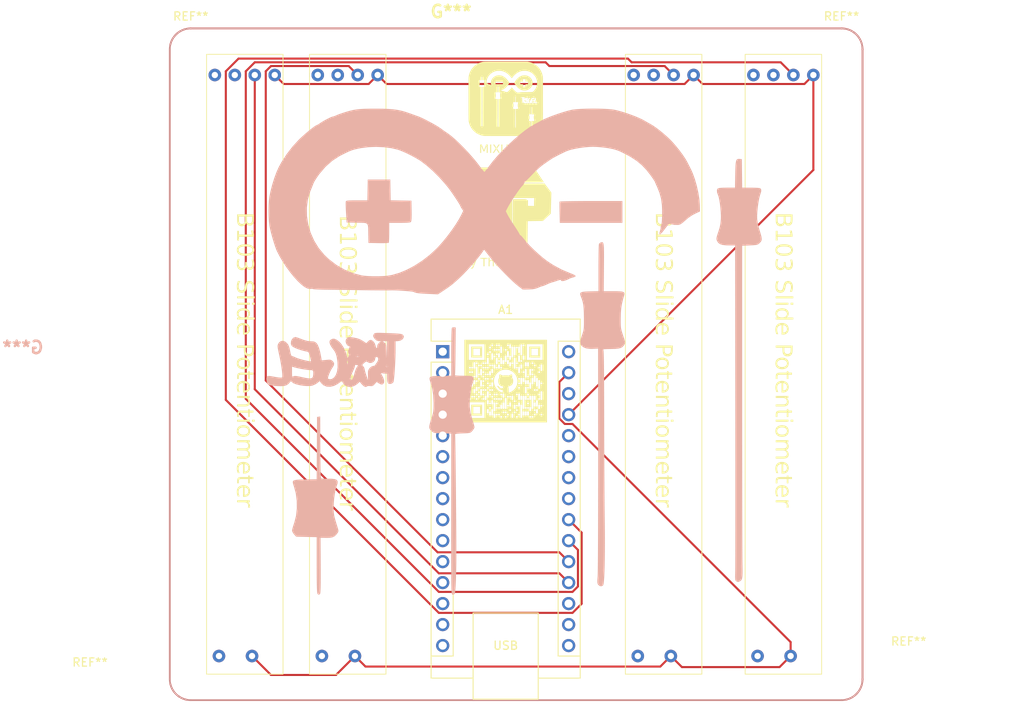
<source format=kicad_pcb>
(kicad_pcb (version 20221018) (generator pcbnew)
  (layers (0 "F.Cu" signal) (31 "B.Cu" signal) (34 "B.Paste" user) (35 "F.Paste" user) (36 "B.SilkS" user "B.Silkscreen") (37 "F.SilkS" user "F.Silkscreen") (38 "B.Mask" user) (39 "F.Mask" user) (44 "Edge.Cuts" user))
  (net 0 "")
  (net 18 "Net-(A1-A0)")
  (net 35 "Net-(A1-+5V)")
  (net 36 "Net-(A1-A3)")
  (net 37 "Net-(A1-A2)")
  (net 38 "Net-(A1-A1)")
  (net 41 "Net-(A1-GND-Pad29)")
  (footprint "Library:Slide Potentiometer - B103" (layer "F.Cu") (at 178.385 68.58)
    (fp_text reference "U4" hide)
    (fp_text value "~")
    (fp_text user "B103 Slide Potentiometer" (at -1.27 -18.415 270 unlocked) (layer "F.SilkS") (effects (font (size 2 2) (thickness 0.1)) (justify left bottom)))
    (pad "1" thru_hole circle (at -3.625 -35) (size 1.524 1.524) (drill 0.762) (layers "*.Cu" "*.Mask"))
    (pad "2" thru_hole circle (at -1.208333 -35) (size 1.524 1.524) (drill 0.762) (layers "*.Cu" "*.Mask"))
    (pad "3" thru_hole circle (at 1.208333 -35) (size 1.524 1.524) (drill 0.762) (layers "*.Cu" "*.Mask") (net 36 "Net-(A1-A3)"))
    (pad "4" thru_hole circle (at 3.625 -35) (size 1.524 1.524) (drill 0.762) (layers "*.Cu" "*.Mask") (net 35 "Net-(A1-+5V)"))
    (pad "5" thru_hole circle (at -3.125 35.3) (size 1.524 1.524) (drill 0.762) (layers "*.Cu" "*.Mask"))
    (pad "6" thru_hole circle (at 0.875 35.3) (size 1.524 1.524) (drill 0.762) (layers "*.Cu" "*.Mask") (net 41 "Net-(A1-GND-Pad29)"))
  )
  (footprint "LOGO" (layer "F.Cu") (at 144.78 70.612)
    (fp_text reference "" (at 0 0) (layer "F.SilkS") (effects (font (size 1.5 1.5) (thickness 0.3))))
    (fp_text value "LOGO" hide)
  )
  (footprint "MountingHole:MountingHole_3mm" (layer "F.Cu") (at 185.42 30.48)
    (fp_text reference "REF**" (at 0 -4) (layer "F.SilkS"))
    (fp_text value "MountingHole_3mm")
    (pad "" np_thru_hole circle (at 0 0) (size 3 3) (drill 3) (layers "*.Cu" "*.Mask"))
  )
  (footprint "Library:Slide Potentiometer - B103" (layer "F.Cu") (at 113.215 68.58)
    (fp_text reference "U1" hide)
    (fp_text value "~")
    (fp_text user "B103 Slide Potentiometer" (at -1.27 -18.415 270 unlocked) (layer "F.SilkS") (effects (font (size 2 2) (thickness 0.1)) (justify left bottom)))
    (pad "1" thru_hole circle (at -3.625 -35) (size 1.524 1.524) (drill 0.762) (layers "*.Cu" "*.Mask"))
    (pad "2" thru_hole circle (at -1.208333 -35) (size 1.524 1.524) (drill 0.762) (layers "*.Cu" "*.Mask"))
    (pad "3" thru_hole circle (at 1.208333 -35) (size 1.524 1.524) (drill 0.762) (layers "*.Cu" "*.Mask") (net 18 "Net-(A1-A0)"))
    (pad "4" thru_hole circle (at 3.625 -35) (size 1.524 1.524) (drill 0.762) (layers "*.Cu" "*.Mask") (net 35 "Net-(A1-+5V)"))
    (pad "5" thru_hole circle (at -3.125 35.3) (size 1.524 1.524) (drill 0.762) (layers "*.Cu" "*.Mask"))
    (pad "6" thru_hole circle (at 0.875 35.3) (size 1.524 1.524) (drill 0.762) (layers "*.Cu" "*.Mask") (net 41 "Net-(A1-GND-Pad29)"))
  )
  (footprint "MountingHole:MountingHole_3mm" (layer "F.Cu") (at 106.68 106.68)
    (fp_text reference "REF**" (at -12.192 -2.032) (layer "F.SilkS"))
    (fp_text value "MountingHole_3mm")
    (pad "" np_thru_hole circle (at 0 0) (size 3 3) (drill 3) (layers "F&B.Cu" "*.Mask"))
  )
  (footprint "Library:Slide Potentiometer - B103" (layer "F.Cu") (at 125.668333 68.58)
    (fp_text reference "U2" hide)
    (fp_text value "~")
    (fp_text user "B103 Slide Potentiometer" (at -1.285 -18.04 270 unlocked) (layer "F.SilkS") (effects (font (size 2 2) (thickness 0.1)) (justify left bottom)))
    (pad "1" thru_hole circle (at -3.625 -35) (size 1.524 1.524) (drill 0.762) (layers "*.Cu" "*.Mask"))
    (pad "2" thru_hole circle (at -1.208333 -35) (size 1.524 1.524) (drill 0.762) (layers "*.Cu" "*.Mask"))
    (pad "3" thru_hole circle (at 1.208333 -35) (size 1.524 1.524) (drill 0.762) (layers "*.Cu" "*.Mask") (net 38 "Net-(A1-A1)"))
    (pad "4" thru_hole circle (at 3.625 -35) (size 1.524 1.524) (drill 0.762) (layers "*.Cu" "*.Mask") (net 35 "Net-(A1-+5V)"))
    (pad "5" thru_hole circle (at -3.125 35.3) (size 1.524 1.524) (drill 0.762) (layers "*.Cu" "*.Mask"))
    (pad "6" thru_hole circle (at 0.875 35.3) (size 1.524 1.524) (drill 0.762) (layers "*.Cu" "*.Mask") (net 41 "Net-(A1-GND-Pad29)"))
  )
  (footprint "Library:Slide Potentiometer - B103" (layer "F.Cu") (at 163.891667 68.58)
    (fp_text reference "U3" hide)
    (fp_text value "~")
    (fp_text user "B103 Slide Potentiometer" (at -1.27 -18.415 270 unlocked) (layer "F.SilkS") (effects (font (size 2 2) (thickness 0.1)) (justify left bottom)))
    (pad "1" thru_hole circle (at -3.625 -35) (size 1.524 1.524) (drill 0.762) (layers "*.Cu" "*.Mask"))
    (pad "2" thru_hole circle (at -1.208333 -35) (size 1.524 1.524) (drill 0.762) (layers "*.Cu" "*.Mask"))
    (pad "3" thru_hole circle (at 1.208333 -35) (size 1.524 1.524) (drill 0.762) (layers "*.Cu" "*.Mask") (net 37 "Net-(A1-A2)"))
    (pad "4" thru_hole circle (at 3.625 -35) (size 1.524 1.524) (drill 0.762) (layers "*.Cu" "*.Mask") (net 35 "Net-(A1-+5V)"))
    (pad "5" thru_hole circle (at -3.125 35.3) (size 1.524 1.524) (drill 0.762) (layers "*.Cu" "*.Mask"))
    (pad "6" thru_hole circle (at 0.875 35.3) (size 1.524 1.524) (drill 0.762) (layers "*.Cu" "*.Mask") (net 41 "Net-(A1-GND-Pad29)"))
  )
  (footprint "MountingHole:MountingHole_3mm" (layer "F.Cu") (at 106.68 30.48)
    (fp_text reference "REF**" (at 0 -4) (layer "F.SilkS"))
    (fp_text value "MountingHole_3mm")
    (pad "" np_thru_hole circle (at 0 0) (size 3 3) (drill 3) (layers "F&B.Cu" "*.Mask"))
  )
  (footprint "LOGO" (layer "F.Cu") (at 144.78 36.576)
    (fp_text reference "G***" (at -6.604 -10.668) (layer "F.SilkS") (effects (font (size 1.5 1.5) (thickness 0.3))))
    (fp_text value "LOGO" hide)
  )
  (footprint "Library:LOGO" (layer "F.Cu") (at 145.600143 48.768)
    (fp_text reference "REF" hide)
    (fp_text value "LOGO" hide)
  )
  (footprint "Module:Arduino_Nano" (layer "F.Cu") (at 137.16 67.056)
    (fp_text reference "A1" (at 7.62 -5.08) (layer "F.SilkS"))
    (fp_text value "Arduino_Nano_v3.x")
    (fp_text user "USB" (at 7.62 35.56 unlocked) (layer "F.SilkS"))
    (pad "1" thru_hole rect (at 0 0) (size 1.6 1.6) (drill 1) (layers "*.Cu" "*.Mask"))
    (pad "2" thru_hole oval (at 0 2.54) (size 1.6 1.6) (drill 1) (layers "*.Cu" "*.Mask"))
    (pad "3" thru_hole oval (at 0 5.08) (size 1.6 1.6) (drill 1) (layers "*.Cu" "*.Mask"))
    (pad "4" thru_hole oval (at 0 7.62) (size 1.6 1.6) (drill 1) (layers "*.Cu" "*.Mask"))
    (pad "5" thru_hole oval (at 0 10.16) (size 1.6 1.6) (drill 1) (layers "*.Cu" "*.Mask"))
    (pad "6" thru_hole oval (at 0 12.7) (size 1.6 1.6) (drill 1) (layers "*.Cu" "*.Mask"))
    (pad "7" thru_hole oval (at 0 15.24) (size 1.6 1.6) (drill 1) (layers "*.Cu" "*.Mask"))
    (pad "8" thru_hole oval (at 0 17.78) (size 1.6 1.6) (drill 1) (layers "*.Cu" "*.Mask"))
    (pad "9" thru_hole oval (at 0 20.32) (size 1.6 1.6) (drill 1) (layers "*.Cu" "*.Mask"))
    (pad "10" thru_hole oval (at 0 22.86) (size 1.6 1.6) (drill 1) (layers "*.Cu" "*.Mask"))
    (pad "11" thru_hole oval (at 0 25.4) (size 1.6 1.6) (drill 1) (layers "*.Cu" "*.Mask"))
    (pad "12" thru_hole oval (at 0 27.94) (size 1.6 1.6) (drill 1) (layers "*.Cu" "*.Mask"))
    (pad "13" thru_hole oval (at 0 30.48) (size 1.6 1.6) (drill 1) (layers "*.Cu" "*.Mask"))
    (pad "14" thru_hole oval (at 0 33.02) (size 1.6 1.6) (drill 1) (layers "*.Cu" "*.Mask"))
    (pad "15" thru_hole oval (at 0 35.56) (size 1.6 1.6) (drill 1) (layers "*.Cu" "*.Mask"))
    (pad "16" thru_hole oval (at 15.24 35.56) (size 1.6 1.6) (drill 1) (layers "*.Cu" "*.Mask"))
    (pad "17" thru_hole oval (at 15.24 33.02) (size 1.6 1.6) (drill 1) (layers "*.Cu" "*.Mask"))
    (pad "18" thru_hole oval (at 15.24 30.48) (size 1.6 1.6) (drill 1) (layers "*.Cu" "*.Mask"))
    (pad "19" thru_hole oval (at 15.24 27.94) (size 1.6 1.6) (drill 1) (layers "*.Cu" "*.Mask") (net 18 "Net-(A1-A0)"))
    (pad "20" thru_hole oval (at 15.24 25.4) (size 1.6 1.6) (drill 1) (layers "*.Cu" "*.Mask") (net 38 "Net-(A1-A1)"))
    (pad "21" thru_hole oval (at 15.24 22.86) (size 1.6 1.6) (drill 1) (layers "*.Cu" "*.Mask") (net 37 "Net-(A1-A2)"))
    (pad "22" thru_hole oval (at 15.24 20.32) (size 1.6 1.6) (drill 1) (layers "*.Cu" "*.Mask") (net 36 "Net-(A1-A3)"))
    (pad "23" thru_hole oval (at 15.24 17.78) (size 1.6 1.6) (drill 1) (layers "*.Cu" "*.Mask"))
    (pad "24" thru_hole oval (at 15.24 15.24) (size 1.6 1.6) (drill 1) (layers "*.Cu" "*.Mask"))
    (pad "25" thru_hole oval (at 15.24 12.7) (size 1.6 1.6) (drill 1) (layers "*.Cu" "*.Mask"))
    (pad "26" thru_hole oval (at 15.24 10.16) (size 1.6 1.6) (drill 1) (layers "*.Cu" "*.Mask"))
    (pad "27" thru_hole oval (at 15.24 7.62) (size 1.6 1.6) (drill 1) (layers "*.Cu" "*.Mask") (net 35 "Net-(A1-+5V)"))
    (pad "28" thru_hole oval (at 15.24 5.08) (size 1.6 1.6) (drill 1) (layers "*.Cu" "*.Mask"))
    (pad "29" thru_hole oval (at 15.24 2.54) (size 1.6 1.6) (drill 1) (layers "*.Cu" "*.Mask") (net 41 "Net-(A1-GND-Pad29)"))
    (pad "30" thru_hole oval (at 15.24 0) (size 1.6 1.6) (drill 1) (layers "*.Cu" "*.Mask"))
  )
  (footprint "MountingHole:MountingHole_3mm" (layer "F.Cu") (at 185.42 106.68)
    (fp_text reference "REF**" (at 8.128 -4.572) (layer "F.SilkS"))
    (fp_text value "MountingHole_3mm")
    (pad "" np_thru_hole circle (at 0 0) (size 3 3) (drill 3) (layers "F&B.Cu" "*.Mask"))
  )
  (footprint "LOGO" (layer "B.Cu") (at 148.506923 67.494617 180)
    (fp_text reference "G***" (at 62.146923 0.946617) (layer "B.SilkS") (effects (font (size 1.5 1.5) (thickness 0.3)) (justify mirror)))
    (fp_text value "LOGO" hide)
  )
  (gr_arc (start 106.68 109.22) (mid 104.883949 108.476051) (end 104.14 106.68) (stroke (width 0.2)) (layer "F.Cu"))
  (gr_arc (start 104.14 30.48) (mid 104.883949 28.683949) (end 106.68 27.94) (stroke (width 0.2)) (layer "F.Cu"))
  (gr_arc (start 187.96 106.68) (mid 187.216051 108.476051) (end 185.42 109.22) (stroke (width 0.2)) (layer "F.Cu"))
  (gr_line (start 187.96 30.48) (end 187.96 106.68) (stroke (width 0.2)) (layer "F.Cu"))
  (gr_line (start 106.68 27.94) (end 185.42 27.94) (stroke (width 0.2)) (layer "F.Cu"))
  (gr_line (start 104.14 106.68) (end 104.14 30.48) (stroke (width 0.2)) (layer "F.Cu"))
  (gr_arc (start 185.42 27.94) (mid 187.216051 28.683949) (end 187.96 30.48) (stroke (width 0.2)) (layer "F.Cu"))
  (gr_line (start 185.42 109.22) (end 106.68 109.22) (stroke (width 0.2)) (layer "F.Cu"))
  (gr_arc (start 185.42 27.94) (mid 187.216051 28.683949) (end 187.96 30.48) (stroke (width 0.1)) (layer "Edge.Cuts"))
  (gr_arc (start 187.96 106.68) (mid 187.216051 108.476051) (end 185.42 109.22) (stroke (width 0.1)) (layer "Edge.Cuts"))
  (gr_line (start 187.96 30.48) (end 187.96 106.68) (stroke (width 0.1)) (layer "Edge.Cuts"))
  (gr_line (start 106.68 27.94) (end 185.42 27.94) (stroke (width 0.1)) (layer "Edge.Cuts"))
  (gr_line (start 104.14 106.68) (end 104.14 30.48) (stroke (width 0.1)) (layer "Edge.Cuts"))
  (gr_arc (start 106.68 109.22) (mid 104.883949 108.476051) (end 104.14 106.68) (stroke (width 0.1)) (layer "Edge.Cuts"))
  (gr_line (start 185.42 109.22) (end 106.68 109.22) (stroke (width 0.1)) (layer "Edge.Cuts"))
  (gr_arc (start 104.14 30.48) (mid 104.883949 28.683949) (end 106.68 27.94) (stroke (width 0.1)) (layer "Edge.Cuts"))
  (gr_text "by ThePangel" (at 139.568116 56.896) (layer "F.SilkS") (effects (font (size 1 1)) (justify left bottom)))
  (gr_text "MIXUINO" (at 141.549763 43.18) (layer "F.SilkS") (effects (font (size 1 1)) (justify left bottom)))
  (segment (start 136.694009 93.871) (end 151.275 93.871) (width 0.25) (layer "F.Cu") (net 18))
  (segment (start 151.275 93.871) (end 152.4 94.996) (width 0.25) (layer "F.Cu") (net 18))
  (segment (start 114.423333 33.58) (end 114.423333 71.600324) (width 0.25) (layer "F.Cu") (net 18))
  (segment (start 114.423333 71.600324) (end 136.694009 93.871) (width 0.25) (layer "F.Cu") (net 18))
  (segment (start 117.927 34.667) (end 128.206333 34.667) (width 0.25) (layer "F.Cu") (net 35))
  (segment (start 129.293333 33.58) (end 130.380333 34.667) (width 0.25) (layer "F.Cu") (net 35))
  (segment (start 116.84 33.58) (end 117.927 34.667) (width 0.25) (layer "F.Cu") (net 35))
  (segment (start 166.429667 34.667) (end 167.516667 33.58) (width 0.25) (layer "F.Cu") (net 35))
  (segment (start 182.01 33.58) (end 182.01 45.066) (width 0.25) (layer "F.Cu") (net 35))
  (segment (start 128.206333 34.667) (end 129.293333 33.58) (width 0.25) (layer "F.Cu") (net 35))
  (segment (start 168.603667 34.667) (end 180.923 34.667) (width 0.25) (layer "F.Cu") (net 35))
  (segment (start 180.923 34.667) (end 182.01 33.58) (width 0.25) (layer "F.Cu") (net 35))
  (segment (start 130.380333 34.667) (end 166.429667 34.667) (width 0.25) (layer "F.Cu") (net 35))
  (segment (start 182.01 45.066) (end 152.4 74.676) (width 0.25) (layer "F.Cu") (net 35))
  (segment (start 167.516667 33.58) (end 168.603667 34.667) (width 0.25) (layer "F.Cu") (net 35))
  (segment (start 160.02 32.043) (end 159.57 31.593) (width 0.25) (layer "F.Cu") (net 36))
  (segment (start 159.57 31.593) (end 112.456416 31.593) (width 0.25) (layer "F.Cu") (net 36))
  (segment (start 178.056333 32.043) (end 160.02 32.043) (width 0.25) (layer "F.Cu") (net 36))
  (segment (start 152.865991 98.661) (end 153.975 97.551991) (width 0.25) (layer "F.Cu") (net 36))
  (segment (start 153.975 88.951) (end 152.4 87.376) (width 0.25) (layer "F.Cu") (net 36))
  (segment (start 110.919667 72.886658) (end 136.694009 98.661) (width 0.25) (layer "F.Cu") (net 36))
  (segment (start 110.919667 33.129749) (end 110.919667 72.886658) (width 0.25) (layer "F.Cu") (net 36))
  (segment (start 136.694009 98.661) (end 152.865991 98.661) (width 0.25) (layer "F.Cu") (net 36))
  (segment (start 112.456416 31.593) (end 110.919667 33.129749) (width 0.25) (layer "F.Cu") (net 36))
  (segment (start 153.975 97.551991) (end 153.975 88.951) (width 0.25) (layer "F.Cu") (net 36))
  (segment (start 179.593333 33.58) (end 178.056333 32.043) (width 0.25) (layer "F.Cu") (net 36))
  (segment (start 114.423082 32.043) (end 113.336333 33.129749) (width 0.25) (layer "F.Cu") (net 37))
  (segment (start 136.694009 96.121) (end 152.865991 96.121) (width 0.25) (layer "F.Cu") (net 37))
  (segment (start 113.336333 72.763324) (end 136.694009 96.121) (width 0.25) (layer "F.Cu") (net 37))
  (segment (start 152.865991 96.121) (end 153.525 95.461991) (width 0.25) (layer "F.Cu") (net 37))
  (segment (start 113.336333 33.129749) (end 113.336333 72.763324) (width 0.25) (layer "F.Cu") (net 37))
  (segment (start 150.06 32.493) (end 149.61 32.043) (width 0.25) (layer "F.Cu") (net 37))
  (segment (start 165.1 33.58) (end 164.013 32.493) (width 0.25) (layer "F.Cu") (net 37))
  (segment (start 153.525 91.041) (end 152.4 89.916) (width 0.25) (layer "F.Cu") (net 37))
  (segment (start 153.525 95.461991) (end 153.525 91.041) (width 0.25) (layer "F.Cu") (net 37))
  (segment (start 149.61 32.043) (end 114.423082 32.043) (width 0.25) (layer "F.Cu") (net 37))
  (segment (start 164.013 32.493) (end 150.06 32.493) (width 0.25) (layer "F.Cu") (net 37))
  (segment (start 115.753 70.541) (end 115.753 33.129749) (width 0.25) (layer "F.Cu") (net 38))
  (segment (start 151.275 91.331) (end 136.543 91.331) (width 0.25) (layer "F.Cu") (net 38))
  (segment (start 152.4 92.456) (end 151.275 91.331) (width 0.25) (layer "F.Cu") (net 38))
  (segment (start 125.789666 32.493) (end 126.876666 33.58) (width 0.25) (layer "F.Cu") (net 38))
  (segment (start 116.389749 32.493) (end 125.789666 32.493) (width 0.25) (layer "F.Cu") (net 38))
  (segment (start 115.753 33.129749) (end 116.389749 32.493) (width 0.25) (layer "F.Cu") (net 38))
  (segment (start 136.543 91.331) (end 115.753 70.541) (width 0.25) (layer "F.Cu") (net 38))
  (segment (start 114.09 103.88) (end 116.382 106.172) (width 0.25) (layer "F.Cu") (net 41))
  (segment (start 152.865991 75.801) (end 151.934009 75.801) (width 0.25) (layer "F.Cu") (net 41))
  (segment (start 151.275 75.141991) (end 151.275 70.721) (width 0.25) (layer "F.Cu") (net 41))
  (segment (start 164.766667 103.88) (end 166.106667 105.22) (width 0.25) (layer "F.Cu") (net 41))
  (segment (start 116.382 106.172) (end 124.251333 106.172) (width 0.25) (layer "F.Cu") (net 41))
  (segment (start 163.490667 105.156) (end 164.766667 103.88) (width 0.25) (layer "F.Cu") (net 41))
  (segment (start 127.819333 105.156) (end 163.490667 105.156) (width 0.25) (layer "F.Cu") (net 41))
  (segment (start 151.275 70.721) (end 152.4 69.596) (width 0.25) (layer "F.Cu") (net 41))
  (segment (start 124.251333 106.172) (end 126.543333 103.88) (width 0.25) (layer "F.Cu") (net 41))
  (segment (start 166.106667 105.22) (end 177.92 105.22) (width 0.25) (layer "F.Cu") (net 41))
  (segment (start 179.26 102.195009) (end 152.865991 75.801) (width 0.25) (layer "F.Cu") (net 41))
  (segment (start 179.26 103.88) (end 179.26 102.195009) (width 0.25) (layer "F.Cu") (net 41))
  (segment (start 126.543333 103.88) (end 127.819333 105.156) (width 0.25) (layer "F.Cu") (net 41))
  (segment (start 177.92 105.22) (end 179.26 103.88) (width 0.25) (layer "F.Cu") (net 41))
  (segment (start 151.934009 75.801) (end 151.275 75.141991) (width 0.25) (layer "F.Cu") (net 41))
)
</source>
